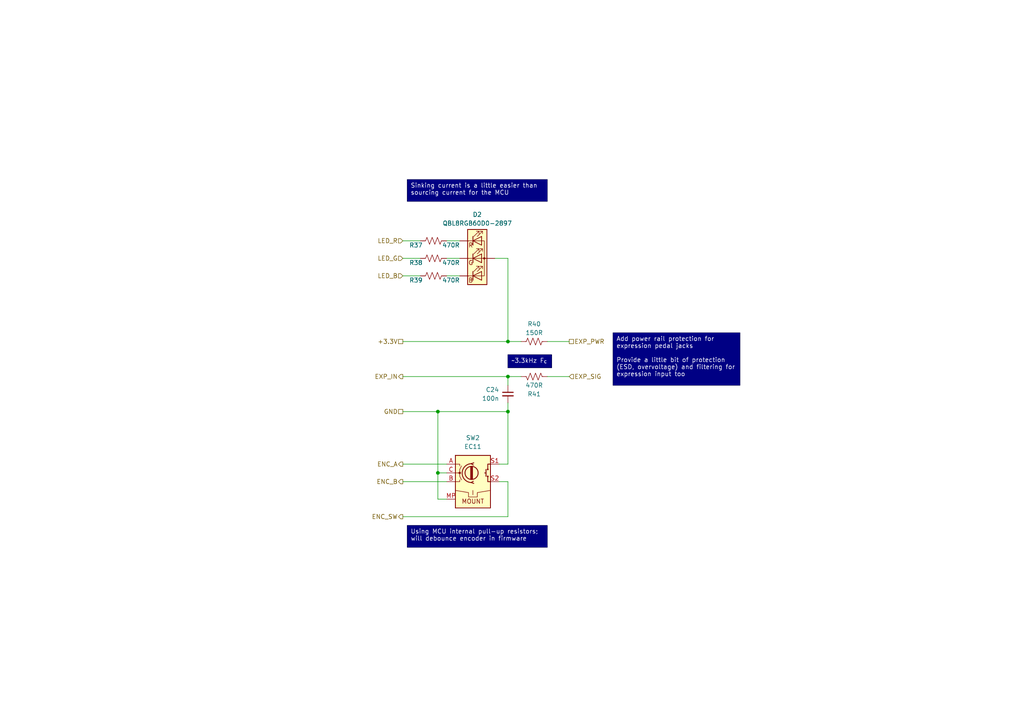
<source format=kicad_sch>
(kicad_sch (version 20230121) (generator eeschema)
  (paper "A4")
  (title_block (title "Digital Audio Effects Processor") (date "2023-11-26") (rev "A") (company "Ishaan Govindarajan"))
  (lib_symbols
    (symbol "Custom-CapacitorTHT:R82DC3100AA50J" (pin_numbers hide) (pin_names (offset 0.254) hide)
      (property "Reference" "C" (at 0.254 1.778 0))
      (property "Value" "100n" (at 0.254 -2.032 0))
      (symbol "R82DC3100AA50J_0_1"
        (polyline (pts (xy -1.524 -0.508) (xy 1.524 -0.508)) (stroke (width 0.3302)))
        (polyline (pts (xy -1.524 0.508) (xy 1.524 0.508)) (stroke (width 0.3048)))
      )
      (symbol "R82DC3100AA50J_1_1"
        (pin passive line (at 0 2.54 270) (length 2.032) (name "~") (number "1"))
        (pin passive line (at 0 -2.54 90) (length 2.032) (name "~") (number "2"))
      )
    )
    (symbol "Custom-Electromechanical:EC11" (pin_names (offset 0.254) hide)
      (property "Reference" "SW" (at 0 6.604 0))
      (property "Value" "EC11" (at 0 -12.7 0))
      (symbol "EC11_0_1"
        (rectangle (start -5.08 5.08) (end 5.08 -10.16) (stroke (width 0.254)) (fill (type background)))
        (circle (center -3.81 0) (radius 0.254) (fill (type outline)))
        (circle (center -0.381 0) (radius 1.905) (stroke (width 0.254)))
        (arc (start -0.381 2.667) (mid -3.0988 -0.0635) (end -0.381 -2.794) (stroke (width 0.254)))
        (polyline (pts (xy -0.635 -1.778) (xy -0.635 1.778)) (stroke (width 0.254)))
        (polyline (pts (xy -0.381 -1.778) (xy -0.381 1.778)) (stroke (width 0.254)))
        (polyline (pts (xy -0.127 1.778) (xy -0.127 -1.778)) (stroke (width 0.254)))
        (polyline (pts (xy 0 -5.08) (xy 0 -6.35)))
        (polyline (pts (xy 3.81 0) (xy 3.429 0)) (stroke (width 0.254)))
        (polyline (pts (xy 3.81 1.016) (xy 3.81 -1.016)) (stroke (width 0.254)))
        (polyline (pts (xy -5.08 -2.54) (xy -3.81 -2.54) (xy -3.81 -2.032)))
        (polyline (pts (xy -5.08 2.54) (xy -3.81 2.54) (xy -3.81 2.032)))
        (polyline (pts (xy 0.254 -3.048) (xy -0.508 -2.794) (xy 0.127 -2.413)) (stroke (width 0.254)))
        (polyline (pts (xy 0.254 2.921) (xy -0.508 2.667) (xy 0.127 2.286)) (stroke (width 0.254)))
        (polyline (pts (xy 5.08 -2.54) (xy 4.318 -2.54) (xy 4.318 -1.016)) (stroke (width 0.254)))
        (polyline (pts (xy 5.08 2.54) (xy 4.318 2.54) (xy 4.318 1.016)) (stroke (width 0.254)))
        (polyline (pts (xy -5.08 0) (xy -3.81 0) (xy -3.81 -1.016) (xy -3.302 -2.032)))
        (polyline (pts (xy -4.318 0) (xy -3.81 0) (xy -3.81 1.016) (xy -3.302 2.032)))
        (polyline (pts (xy -5.08 -5.08) (xy -1.27 -5.715) (xy -1.27 -6.985) (xy 1.27 -6.985) (xy 1.27 -5.715) (xy 5.08 -5.08)))
        (circle (center 4.318 -1.016) (radius 0.127) (stroke (width 0.254)))
        (circle (center 4.318 1.016) (radius 0.127) (stroke (width 0.254)))
      )
      (symbol "EC11_1_1"
        (text "MOUNT" (at 0 -8.255 0) (effects (font (size 1.27 1.27))))
        (pin passive line (at -7.62 2.54 0) (length 2.54) (name "A") (number "A"))
        (pin passive line (at -7.62 -2.54 0) (length 2.54) (name "B") (number "B"))
        (pin passive line (at -7.62 0 0) (length 2.54) (name "C") (number "C"))
        (pin passive line (at -7.62 -7.62 0) (length 2.54) (name "MP") (number "MP"))
        (pin passive line (at 7.62 2.54 180) (length 2.54) (name "S1") (number "S1"))
        (pin passive line (at 7.62 -2.54 180) (length 2.54) (name "S2") (number "S2"))
      )
    )
    (symbol "Custom-Optoelectronic:QBL8RGB60D0-2897" (pin_names (offset 0) hide)
      (property "Reference" "D" (at 0 9.398 0))
      (property "Value" "QBL8RGB60D0-2897" (at 0 -8.89 0))
      (symbol "QBL8RGB60D0-2897_0_0"
        (text "B" (at -1.905 -6.35 0) (effects (font (size 1.27 1.27))))
        (text "G" (at -1.905 -1.27 0) (effects (font (size 1.27 1.27))))
        (text "R" (at -1.905 3.81 0) (effects (font (size 1.27 1.27))))
      )
      (symbol "QBL8RGB60D0-2897_0_1"
        (polyline (pts (xy -1.27 -5.08) (xy -2.54 -5.08)))
        (polyline (pts (xy -1.27 -5.08) (xy 1.27 -5.08)))
        (polyline (pts (xy -1.27 -3.81) (xy -1.27 -6.35)))
        (polyline (pts (xy -1.27 -3.81) (xy -1.27 -6.35)) (stroke (width 0.2032)))
        (polyline (pts (xy -1.27 0) (xy -2.54 0)))
        (polyline (pts (xy -1.27 0) (xy 1.27 0)))
        (polyline (pts (xy -1.27 1.27) (xy -1.27 -1.27)) (stroke (width 0.2032)))
        (polyline (pts (xy -1.27 5.08) (xy -2.54 5.08)))
        (polyline (pts (xy -1.27 6.35) (xy -1.27 3.81)) (stroke (width 0.2032)))
        (polyline (pts (xy 1.27 0) (xy 2.54 0)))
        (polyline (pts (xy 1.27 5.08) (xy -1.27 5.08)))
        (polyline (pts (xy -1.27 1.27) (xy -1.27 -1.27) (xy -1.27 -1.27)))
        (polyline (pts (xy -1.27 6.35) (xy -1.27 3.81) (xy -1.27 3.81)))
        (polyline (pts (xy 1.27 -5.08) (xy 2.032 -5.08) (xy 2.032 5.08) (xy 1.27 5.08)))
        (polyline (pts (xy 1.27 -3.81) (xy 1.27 -6.35) (xy -1.27 -5.08) (xy 1.27 -3.81)) (stroke (width 0.2032)))
        (polyline (pts (xy 1.27 1.27) (xy 1.27 -1.27) (xy -1.27 0) (xy 1.27 1.27)) (stroke (width 0.2032)))
        (polyline (pts (xy 1.27 6.35) (xy 1.27 3.81) (xy -1.27 5.08) (xy 1.27 6.35)) (stroke (width 0.2032)))
        (polyline (pts (xy -1.016 -3.81) (xy 0.508 -2.286) (xy -0.254 -2.286) (xy 0.508 -2.286) (xy 0.508 -3.048)))
        (polyline (pts (xy -1.016 1.27) (xy 0.508 2.794) (xy -0.254 2.794) (xy 0.508 2.794) (xy 0.508 2.032)))
        (polyline (pts (xy -1.016 6.35) (xy 0.508 7.874) (xy -0.254 7.874) (xy 0.508 7.874) (xy 0.508 7.112)))
        (polyline (pts (xy 0 -3.81) (xy 1.524 -2.286) (xy 0.762 -2.286) (xy 1.524 -2.286) (xy 1.524 -3.048)))
        (polyline (pts (xy 0 1.27) (xy 1.524 2.794) (xy 0.762 2.794) (xy 1.524 2.794) (xy 1.524 2.032)))
        (polyline (pts (xy 0 6.35) (xy 1.524 7.874) (xy 0.762 7.874) (xy 1.524 7.874) (xy 1.524 7.112)))
        (rectangle (start 1.27 -1.27) (end 1.27 1.27))
        (rectangle (start 1.27 1.27) (end 1.27 1.27))
        (rectangle (start 1.27 3.81) (end 1.27 6.35))
        (rectangle (start 1.27 6.35) (end 1.27 6.35))
        (circle (center 2.032 0) (radius 0.254) (fill (type outline)))
        (rectangle (start 2.794 8.382) (end -2.794 -7.62) (stroke (width 0.254)) (fill (type background)))
      )
      (symbol "QBL8RGB60D0-2897_1_1"
        (pin passive line (at -5.08 5.08 0) (length 2.54) (name "RK") (number "1"))
        (pin power_in line (at 5.08 0 180) (length 2.54) (name "A") (number "2"))
        (pin passive line (at -5.08 -5.08 0) (length 2.54) (name "BK") (number "3"))
        (pin passive line (at -5.08 0 0) (length 2.54) (name "GK") (number "4"))
      )
    )
    (symbol "Custom-ResistorTHT:MFR-25FRF52-150R" (pin_numbers hide) (pin_names (offset 0))
      (property "Reference" "R" (at 2.54 0 90))
      (property "Value" "150R" (at -2.54 0 90))
      (symbol "MFR-25FRF52-150R_0_1"
        (polyline (pts (xy 0 -2.286) (xy 0 -2.54)))
        (polyline (pts (xy 0 2.286) (xy 0 2.54)))
        (polyline (pts (xy 0 -0.762) (xy 1.016 -1.143) (xy 0 -1.524) (xy -1.016 -1.905) (xy 0 -2.286)))
        (polyline (pts (xy 0 0.762) (xy 1.016 0.381) (xy 0 0) (xy -1.016 -0.381) (xy 0 -0.762)))
        (polyline (pts (xy 0 2.286) (xy 1.016 1.905) (xy 0 1.524) (xy -1.016 1.143) (xy 0 0.762)))
      )
      (symbol "MFR-25FRF52-150R_1_1"
        (pin passive line (at 0 3.81 270) (length 1.27) (name "~") (number "1"))
        (pin passive line (at 0 -3.81 90) (length 1.27) (name "~") (number "2"))
      )
    )
    (symbol "Custom-ResistorTHT:MFR-25FRF52-470R" (pin_numbers hide) (pin_names (offset 0))
      (property "Reference" "R" (at 2.54 0 90))
      (property "Value" "470R" (at -2.54 0 90))
      (symbol "MFR-25FRF52-470R_0_1"
        (polyline (pts (xy 0 -2.286) (xy 0 -2.54)))
        (polyline (pts (xy 0 2.286) (xy 0 2.54)))
        (polyline (pts (xy 0 -0.762) (xy 1.016 -1.143) (xy 0 -1.524) (xy -1.016 -1.905) (xy 0 -2.286)))
        (polyline (pts (xy 0 0.762) (xy 1.016 0.381) (xy 0 0) (xy -1.016 -0.381) (xy 0 -0.762)))
        (polyline (pts (xy 0 2.286) (xy 1.016 1.905) (xy 0 1.524) (xy -1.016 1.143) (xy 0 0.762)))
      )
      (symbol "MFR-25FRF52-470R_1_1"
        (pin passive line (at 0 3.81 270) (length 1.27) (name "~") (number "1"))
        (pin passive line (at 0 -3.81 90) (length 1.27) (name "~") (number "2"))
      )
    )
  )
  (junction (at 147.32 119.38))
  (junction (at 127 137.16))
  (junction (at 147.32 99.06))
  (junction (at 127 119.38))
  (junction (at 147.32 109.22))
  (wire (pts (xy 116.84 139.7) (xy 129.54 139.7)))
  (wire (pts (xy 127 137.16) (xy 127 144.78)))
  (wire (pts (xy 116.84 74.93) (xy 121.92 74.93)))
  (wire (pts (xy 147.32 119.38) (xy 147.32 116.84)))
  (wire (pts (xy 143.51 74.93) (xy 147.32 74.93)))
  (wire (pts (xy 127 119.38) (xy 147.32 119.38)))
  (wire (pts (xy 116.84 109.22) (xy 147.32 109.22)))
  (wire (pts (xy 129.54 74.93) (xy 133.35 74.93)))
  (wire (pts (xy 129.54 80.01) (xy 133.35 80.01)))
  (wire (pts (xy 116.84 134.62) (xy 129.54 134.62)))
  (wire (pts (xy 127 119.38) (xy 116.84 119.38)))
  (wire (pts (xy 127 144.78) (xy 129.54 144.78)))
  (wire (pts (xy 147.32 99.06) (xy 151.13 99.06)))
  (wire (pts (xy 147.32 109.22) (xy 151.13 109.22)))
  (wire (pts (xy 116.84 69.85) (xy 121.92 69.85)))
  (wire (pts (xy 147.32 119.38) (xy 147.32 134.62)))
  (wire (pts (xy 147.32 139.7) (xy 144.78 139.7)))
  (wire (pts (xy 127 137.16) (xy 127 119.38)))
  (wire (pts (xy 129.54 137.16) (xy 127 137.16)))
  (wire (pts (xy 147.32 109.22) (xy 147.32 111.76)))
  (wire (pts (xy 116.84 80.01) (xy 121.92 80.01)))
  (wire (pts (xy 116.84 99.06) (xy 147.32 99.06)))
  (wire (pts (xy 147.32 134.62) (xy 144.78 134.62)))
  (wire (pts (xy 147.32 99.06) (xy 147.32 74.93)))
  (wire (pts (xy 165.1 109.22) (xy 158.75 109.22)))
  (wire (pts (xy 158.75 99.06) (xy 165.1 99.06)))
  (wire (pts (xy 116.84 149.86) (xy 147.32 149.86)))
  (wire (pts (xy 147.32 149.86) (xy 147.32 139.7)))
  (wire (pts (xy 129.54 69.85) (xy 133.35 69.85)))
  (text_box "Add power rail protection for expression pedal jacks\n\nProvide a little bit of protection (ESD, overvoltage) and filtering for expression input too" (at 177.8 96.52 0) (size 36.83 15.24) (stroke (width 0) (color 0 0 72 1)) (fill (type color) (color 0 0 132 1)) (effects (font (size 1.27 1.27)) (justify left top)))
  (text_box "Using MCU internal pull-up resistors; will debounce encoder in firmware" (at 118.11 152.4 0) (size 40.64 6.35) (stroke (width 0) (color 0 0 72 1)) (fill (type color) (color 0 0 132 1)) (effects (font (size 1.27 1.27)) (justify left top)))
  (text_box "Sinking current is a little easier than sourcing current for the MCU" (at 118.11 52.07 0) (size 40.64 6.35) (stroke (width 0) (color 0 0 72 1)) (fill (type color) (color 0 0 132 1)) (effects (font (size 1.27 1.27)) (justify left top)))
  (text_box "~3.3kHz F_{c}" (at 147.32 102.87 0) (size 12.7 3.81) (stroke (width 0) (color 0 0 72 1)) (fill (type color) (color 0 0 132 1)) (effects (font (size 1.27 1.27)) (justify left top)))
  (hierarchical_label "EXP_PWR" (shape passive) (at 165.1 99.06 0))
  (hierarchical_label "ENC_B" (shape output) (at 116.84 139.7 180))
  (hierarchical_label "+3.3V" (shape passive) (at 116.84 99.06 180))
  (hierarchical_label "EXP_IN" (shape output) (at 116.84 109.22 180))
  (hierarchical_label "LED_G" (shape input) (at 116.84 74.93 180))
  (hierarchical_label "ENC_SW" (shape output) (at 116.84 149.86 180))
  (hierarchical_label "LED_R" (shape input) (at 116.84 69.85 180))
  (hierarchical_label "LED_B" (shape input) (at 116.84 80.01 180))
  (hierarchical_label "GND" (shape passive) (at 116.84 119.38 180))
  (hierarchical_label "ENC_A" (shape output) (at 116.84 134.62 180))
  (hierarchical_label "EXP_SIG" (shape input) (at 165.1 109.22 0))
  (symbol (lib_id "Custom-ResistorTHT:MFR-25FRF52-470R") (at 125.73 69.85 90) (unit 1)
    (property "Reference" "R37" (at 120.65 71.12 90))
    (property "Value" "470R" (at 130.81 71.12 90))
    (property "Footprint" "Resistor_THT:R_Axial_DIN0207_L6.3mm_D2.5mm_P10.16mm_Horizontal" (effects hide))
    (property "Datasheet" "https://www.yageo.com/upload/media/product/productsearch/datasheet/lr/YAGEO%20MFR_datasheet_2023v3.pdf" (effects hide))
    (property "Manufacturer" "YAGEO" (effects hide))
    (property "Part Number" "MFR-25FRF52-470R" (effects hide))
    (instances (project "Amplifier Hardware R1" (path "" (reference "R37") (unit 1)) (path "" (reference "R32") (unit 1)) (path "" (reference "R42") (unit 1)) (path "" (reference "R47") (unit 1))))
  )
  (symbol (lib_id "Custom-CapacitorTHT:R82DC3100AA50J") (at 147.32 114.3 0) (mirror y) (unit 1)
    (property "Reference" "C24" (at 144.78 113.0363 0) (effects (justify left)))
    (property "Value" "100n" (at 144.78 115.5763 0) (effects (justify left)))
    (property "Footprint" "Custom-RLC:C_Rect_L7.2mm_W2.5mm_H6.6mm_P5.00mm_MODIFIED" (effects hide))
    (property "Datasheet" "https://connect.kemet.com:7667/gateway/IntelliData-ComponentDocumentation/1.0/download/datasheet/R82EC2100AA50J" (effects hide))
    (property "Manufacturer" "KEMET" (effects hide))
    (property "Part Number" "R82DC3100AA50J" (effects hide))
    (instances (project "Amplifier Hardware R1" (path "" (reference "C24") (unit 1)) (path "" (reference "C23") (unit 1)) (path "" (reference "C25") (unit 1)) (path "" (reference "C26") (unit 1))))
  )
  (symbol (lib_id "Custom-ResistorTHT:MFR-25FRF52-470R") (at 154.94 109.22 90) (mirror x) (unit 1)
    (property "Reference" "R41" (at 154.94 114.3 90))
    (property "Value" "470R" (at 154.94 111.76 90))
    (property "Footprint" "Resistor_THT:R_Axial_DIN0207_L6.3mm_D2.5mm_P10.16mm_Horizontal" (effects hide))
    (property "Datasheet" "https://www.yageo.com/upload/media/product/productsearch/datasheet/lr/YAGEO%20MFR_datasheet_2023v3.pdf" (effects hide))
    (property "Manufacturer" "YAGEO" (effects hide))
    (property "Part Number" "MFR-25FRF52-470R" (effects hide))
    (instances (project "Amplifier Hardware R1" (path "" (reference "R41") (unit 1)) (path "" (reference "R36") (unit 1)) (path "" (reference "R46") (unit 1)) (path "" (reference "R51") (unit 1))))
  )
  (symbol (lib_id "Custom-ResistorTHT:MFR-25FRF52-150R") (at 154.94 99.06 90) (unit 1)
    (property "Reference" "R40" (at 154.94 93.98 90))
    (property "Value" "150R" (at 154.94 96.52 90))
    (property "Footprint" "Resistor_THT:R_Axial_DIN0207_L6.3mm_D2.5mm_P10.16mm_Horizontal" (effects hide))
    (property "Datasheet" "https://www.yageo.com/upload/media/product/productsearch/datasheet/lr/YAGEO%20MFR_datasheet_2023v3.pdf" (effects hide))
    (property "Manufacturer" "YAGEO" (effects hide))
    (property "Part Number" "MFR-25FRF52-150R" (effects hide))
    (instances (project "Amplifier Hardware R1" (path "" (reference "R40") (unit 1)) (path "" (reference "R35") (unit 1)) (path "" (reference "R45") (unit 1)) (path "" (reference "R50") (unit 1))))
  )
  (symbol (lib_id "Custom-Electromechanical:EC11") (at 137.16 137.16 0) (unit 1)
    (property "Reference" "SW2" (at 137.16 127 0))
    (property "Value" "EC11" (at 137.16 129.54 0))
    (property "Footprint" "Custom-Electromechanical:RotaryEncoder_Alps_EC11E-Switch_Vertical_H20mm" (effects hide))
    (property "Datasheet" "https://www.bourns.com/docs/Product-Datasheets/PEC11R.pdf" (effects hide))
    (property "Manufacturer" "Bourns Inc." (effects hide))
    (property "Part Number" "PEC11R-4230F-S0012" (effects hide))
    (instances (project "Amplifier Hardware R1" (path "" (reference "SW2") (unit 1)) (path "" (reference "SW1") (unit 1)) (path "" (reference "SW3") (unit 1)) (path "" (reference "SW4") (unit 1))))
  )
  (symbol (lib_id "Custom-ResistorTHT:MFR-25FRF52-470R") (at 125.73 74.93 90) (unit 1)
    (property "Reference" "R38" (at 120.65 76.2 90))
    (property "Value" "470R" (at 130.81 76.2 90))
    (property "Footprint" "Resistor_THT:R_Axial_DIN0207_L6.3mm_D2.5mm_P10.16mm_Horizontal" (effects hide))
    (property "Datasheet" "https://www.yageo.com/upload/media/product/productsearch/datasheet/lr/YAGEO%20MFR_datasheet_2023v3.pdf" (effects hide))
    (property "Manufacturer" "YAGEO" (effects hide))
    (property "Part Number" "MFR-25FRF52-470R" (effects hide))
    (instances (project "Amplifier Hardware R1" (path "" (reference "R38") (unit 1)) (path "" (reference "R33") (unit 1)) (path "" (reference "R43") (unit 1)) (path "" (reference "R48") (unit 1))))
  )
  (symbol (lib_id "Custom-Optoelectronic:QBL8RGB60D0-2897") (at 138.43 74.93 0) (unit 1)
    (property "Reference" "D2" (at 138.43 62.23 0))
    (property "Value" "QBL8RGB60D0-2897" (at 138.43 64.77 0))
    (property "Footprint" "Custom-DiscreteSemi:LED_D5.0mm-4_RGB" (effects hide))
    (property "Datasheet" "https://www.qt-brightek.com/datasheet/QBL8RGB60D0-2897.pdf" (effects hide))
    (property "Manufacturer" "QT Brightek (QTB)" (effects hide))
    (property "Part Number" "QBL8RGB60D0-2897" (effects hide))
    (instances (project "Amplifier Hardware R1" (path "" (reference "D2") (unit 1)) (path "" (reference "D1") (unit 1)) (path "" (reference "D3") (unit 1)) (path "" (reference "D4") (unit 1))))
  )
  (symbol (lib_id "Custom-ResistorTHT:MFR-25FRF52-470R") (at 125.73 80.01 90) (unit 1)
    (property "Reference" "R39" (at 120.65 81.28 90))
    (property "Value" "470R" (at 130.81 81.28 90))
    (property "Footprint" "Resistor_THT:R_Axial_DIN0207_L6.3mm_D2.5mm_P10.16mm_Horizontal" (effects hide))
    (property "Datasheet" "https://www.yageo.com/upload/media/product/productsearch/datasheet/lr/YAGEO%20MFR_datasheet_2023v3.pdf" (effects hide))
    (property "Manufacturer" "YAGEO" (effects hide))
    (property "Part Number" "MFR-25FRF52-470R" (effects hide))
    (instances (project "Amplifier Hardware R1" (path "" (reference "R39") (unit 1)) (path "" (reference "R34") (unit 1)) (path "" (reference "R44") (unit 1)) (path "" (reference "R49") (unit 1))))
  )
)
</source>
